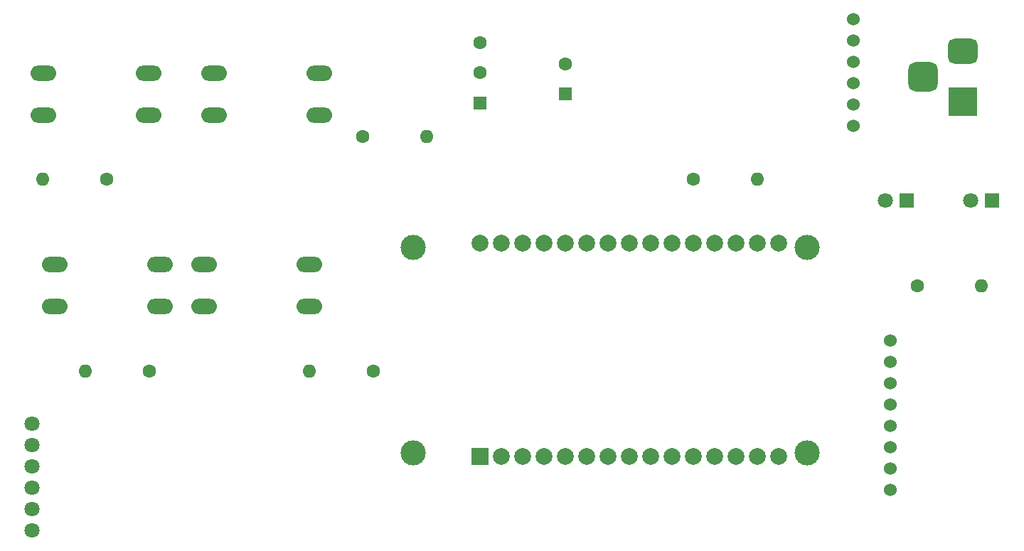
<source format=gbr>
%TF.GenerationSoftware,KiCad,Pcbnew,7.0.2*%
%TF.CreationDate,2023-06-14T14:53:58-05:00*%
%TF.ProjectId,ControlRemoto,436f6e74-726f-46c5-9265-6d6f746f2e6b,rev?*%
%TF.SameCoordinates,Original*%
%TF.FileFunction,Soldermask,Bot*%
%TF.FilePolarity,Negative*%
%FSLAX46Y46*%
G04 Gerber Fmt 4.6, Leading zero omitted, Abs format (unit mm)*
G04 Created by KiCad (PCBNEW 7.0.2) date 2023-06-14 14:53:58*
%MOMM*%
%LPD*%
G01*
G04 APERTURE LIST*
G04 Aperture macros list*
%AMRoundRect*
0 Rectangle with rounded corners*
0 $1 Rounding radius*
0 $2 $3 $4 $5 $6 $7 $8 $9 X,Y pos of 4 corners*
0 Add a 4 corners polygon primitive as box body*
4,1,4,$2,$3,$4,$5,$6,$7,$8,$9,$2,$3,0*
0 Add four circle primitives for the rounded corners*
1,1,$1+$1,$2,$3*
1,1,$1+$1,$4,$5*
1,1,$1+$1,$6,$7*
1,1,$1+$1,$8,$9*
0 Add four rect primitives between the rounded corners*
20,1,$1+$1,$2,$3,$4,$5,0*
20,1,$1+$1,$4,$5,$6,$7,0*
20,1,$1+$1,$6,$7,$8,$9,0*
20,1,$1+$1,$8,$9,$2,$3,0*%
G04 Aperture macros list end*
%ADD10C,1.600000*%
%ADD11O,1.600000X1.600000*%
%ADD12O,3.048000X1.850000*%
%ADD13RoundRect,0.250000X0.550000X-0.550000X0.550000X0.550000X-0.550000X0.550000X-0.550000X-0.550000X0*%
%ADD14C,3.000000*%
%ADD15R,2.000000X2.000000*%
%ADD16C,2.000000*%
%ADD17R,1.800000X1.800000*%
%ADD18C,1.800000*%
%ADD19C,1.524000*%
%ADD20R,3.500000X3.500000*%
%ADD21RoundRect,0.750000X-1.000000X0.750000X-1.000000X-0.750000X1.000000X-0.750000X1.000000X0.750000X0*%
%ADD22RoundRect,0.875000X-0.875000X0.875000X-0.875000X-0.875000X0.875000X-0.875000X0.875000X0.875000X0*%
G04 APERTURE END LIST*
D10*
%TO.C,R4*%
X87630000Y-43180000D03*
D11*
X95250000Y-43180000D03*
%TD*%
D12*
%TO.C,SWRIGHT1*%
X69940000Y-35600000D03*
X82440000Y-35600000D03*
X69940000Y-40600000D03*
X82440000Y-40600000D03*
%TD*%
D13*
%TO.C,BT1*%
X111760000Y-38100000D03*
D10*
X111760000Y-34500000D03*
%TD*%
%TO.C,R5*%
X153670000Y-60960000D03*
D11*
X161290000Y-60960000D03*
%TD*%
D14*
%TO.C,U2*%
X93640000Y-80860000D03*
X140590000Y-80860000D03*
X93640000Y-56350000D03*
X140590000Y-56350000D03*
D15*
X101600000Y-81280000D03*
D16*
X104140000Y-81280000D03*
X106680000Y-81280000D03*
X109220000Y-81280000D03*
X111760000Y-81280000D03*
X114300000Y-81280000D03*
X116840000Y-81280000D03*
X119380000Y-81280000D03*
X121920000Y-81280000D03*
X124460000Y-81280000D03*
X127000000Y-81280000D03*
X129540000Y-81280000D03*
X132080000Y-81280000D03*
X134620000Y-81280000D03*
X137160000Y-81280000D03*
X137160000Y-55880000D03*
X134620000Y-55880000D03*
X132080000Y-55880000D03*
X129540000Y-55880000D03*
X127000000Y-55880000D03*
X124460000Y-55880000D03*
X121920000Y-55880000D03*
X119380000Y-55880000D03*
X116840000Y-55880000D03*
X114300000Y-55880000D03*
X111760000Y-55880000D03*
X109220000Y-55880000D03*
X106680000Y-55880000D03*
X104140000Y-55880000D03*
X101600000Y-55880000D03*
%TD*%
D10*
%TO.C,R2*%
X88900000Y-71120000D03*
D11*
X81280000Y-71120000D03*
%TD*%
D12*
%TO.C,SWNIGHTMODE1*%
X68780000Y-58420000D03*
X81280000Y-58420000D03*
X68780000Y-63420000D03*
X81280000Y-63420000D03*
%TD*%
D10*
%TO.C,R6*%
X127000000Y-48260000D03*
D11*
X134620000Y-48260000D03*
%TD*%
D12*
%TO.C,SWBOTH1*%
X63500000Y-63420000D03*
X51000000Y-63420000D03*
X63500000Y-58420000D03*
X51000000Y-58420000D03*
%TD*%
D17*
%TO.C,D1*%
X162560000Y-50800000D03*
D18*
X160020000Y-50800000D03*
%TD*%
D19*
%TO.C,U3*%
X146050000Y-41910000D03*
X146050000Y-39370000D03*
X146050000Y-36830000D03*
X146050000Y-34290000D03*
X146050000Y-31750000D03*
X146050000Y-29210000D03*
%TD*%
D12*
%TO.C,SWLEFT1*%
X49620000Y-35600000D03*
X62120000Y-35600000D03*
X49620000Y-40600000D03*
X62120000Y-40600000D03*
%TD*%
D13*
%TO.C,SW1*%
X101600000Y-39160000D03*
D10*
X101600000Y-35560000D03*
X101600000Y-31960000D03*
%TD*%
D20*
%TO.C,J1*%
X159062500Y-39020000D03*
D21*
X159062500Y-33020000D03*
D22*
X154362500Y-36020000D03*
%TD*%
D10*
%TO.C,R3*%
X57150000Y-48260000D03*
D11*
X49530000Y-48260000D03*
%TD*%
D17*
%TO.C,D2*%
X152400000Y-50800000D03*
D18*
X149860000Y-50800000D03*
%TD*%
%TO.C,BluetoothHC1*%
X48260000Y-77343000D03*
X48260000Y-79883000D03*
X48260000Y-82423000D03*
X48260000Y-84963000D03*
X48260000Y-87503000D03*
X48260000Y-90043000D03*
%TD*%
D10*
%TO.C,R1*%
X62230000Y-71120000D03*
D11*
X54610000Y-71120000D03*
%TD*%
D19*
%TO.C,U4*%
X150495000Y-85217000D03*
X150495000Y-82677000D03*
X150495000Y-80137000D03*
X150495000Y-77597000D03*
X150495000Y-75057000D03*
X150495000Y-72517000D03*
X150495000Y-69977000D03*
X150495000Y-67437000D03*
%TD*%
M02*

</source>
